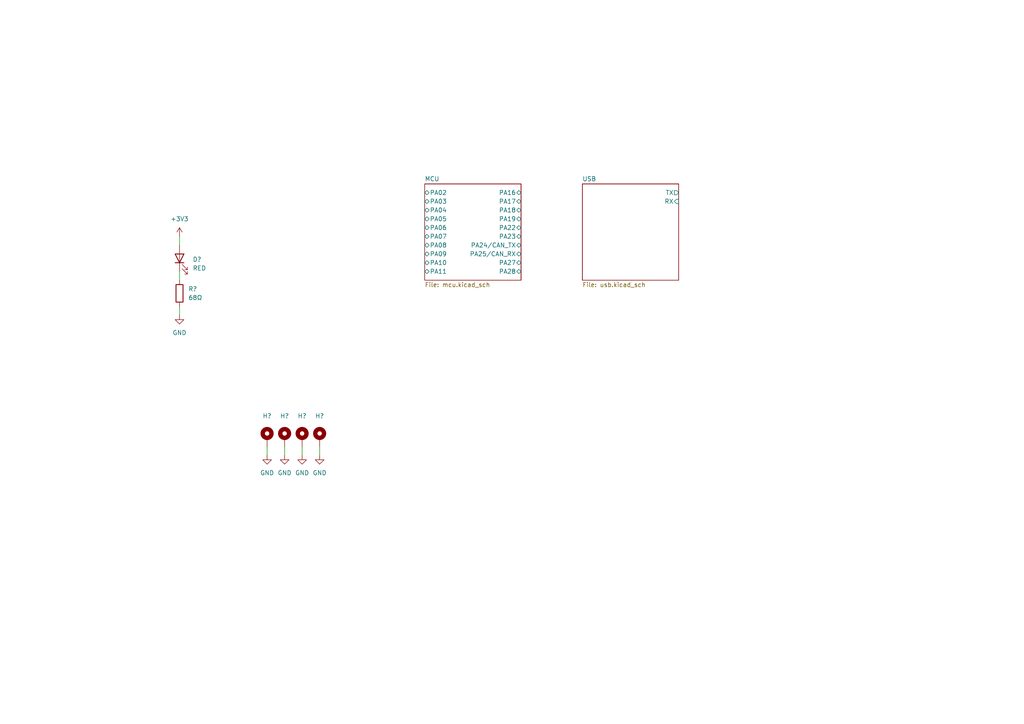
<source format=kicad_sch>
(kicad_sch (version 20211123) (generator eeschema)
  (paper "A4")
  (lib_symbols
    (symbol "Device:LED" (pin_numbers hide) (pin_names (offset 1.016) hide)
      (property "Reference" "D" (at 0 2.54 0))
      (property "Value" "LED" (at 0 -2.54 0))
      (symbol "LED_0_1"
        (polyline (pts (xy -1.27 -1.27) (xy -1.27 1.27)) (stroke (width 0.254)))
        (polyline (pts (xy -1.27 0) (xy 1.27 0)))
        (polyline (pts (xy 1.27 -1.27) (xy 1.27 1.27) (xy -1.27 0) (xy 1.27 -1.27)) (stroke (width 0.254)))
        (polyline (pts (xy -3.048 -0.762) (xy -4.572 -2.286) (xy -3.81 -2.286) (xy -4.572 -2.286) (xy -4.572 -1.524)))
        (polyline (pts (xy -1.778 -0.762) (xy -3.302 -2.286) (xy -2.54 -2.286) (xy -3.302 -2.286) (xy -3.302 -1.524)))
      )
      (symbol "LED_1_1"
        (pin passive line (at -3.81 0 0) (length 2.54) (name "K") (number "1"))
        (pin passive line (at 3.81 0 180) (length 2.54) (name "A") (number "2"))
      )
    )
    (symbol "Device:R" (pin_numbers hide) (pin_names (offset 0))
      (property "Reference" "R" (at 2.032 0 90))
      (property "Value" "R" (at 0 0 90))
      (symbol "R_0_1"
        (rectangle (start -1.016 -2.54) (end 1.016 2.54) (stroke (width 0.254)))
      )
      (symbol "R_1_1"
        (pin passive line (at 0 3.81 270) (length 1.27) (name "~") (number "1"))
        (pin passive line (at 0 -3.81 90) (length 1.27) (name "~") (number "2"))
      )
    )
    (symbol "Mechanical:MountingHole_Pad" (pin_numbers hide) (pin_names (offset 1.016) hide)
      (property "Reference" "H" (at 0 6.35 0))
      (property "Value" "MountingHole_Pad" (at 0 4.445 0))
      (symbol "MountingHole_Pad_0_1"
        (circle (center 0 1.27) (radius 1.27) (stroke (width 1.27)))
      )
      (symbol "MountingHole_Pad_1_1"
        (pin input line (at 0 -2.54 90) (length 2.54) (name "1") (number "1"))
      )
    )
    (symbol "power:+3V3" (power) (pin_names (offset 0))
      (property "Value" "+3V3" (at 0 3.556 0))
      (symbol "+3V3_0_1"
        (polyline (pts (xy -0.762 1.27) (xy 0 2.54)))
        (polyline (pts (xy 0 0) (xy 0 2.54)))
        (polyline (pts (xy 0 2.54) (xy 0.762 1.27)))
      )
      (symbol "+3V3_1_1"
        (pin power_in line (at 0 0 90) (length 0) hide (name "+3V3") (number "1"))
      )
    )
    (symbol "power:GND" (power) (pin_names (offset 0))
      (property "Value" "GND" (at 0 -3.81 0))
      (symbol "GND_0_1"
        (polyline (pts (xy 0 0) (xy 0 -1.27) (xy 1.27 -1.27) (xy 0 -2.54) (xy -1.27 -1.27) (xy 0 -1.27)))
      )
      (symbol "GND_1_1"
        (pin power_in line (at 0 0 270) (length 0) hide (name "GND") (number "1"))
      )
    )
  )
  (wire (pts (xy 92.71 129.54) (xy 92.71 132.08)))
  (wire (pts (xy 52.07 78.74) (xy 52.07 81.28)))
  (wire (pts (xy 82.55 129.54) (xy 82.55 132.08)))
  (wire (pts (xy 52.07 88.9) (xy 52.07 91.44)))
  (wire (pts (xy 87.63 129.54) (xy 87.63 132.08)))
  (wire (pts (xy 77.47 129.54) (xy 77.47 132.08)))
  (wire (pts (xy 52.07 68.58) (xy 52.07 71.12)))
  (symbol (lib_id "power:GND") (at 92.71 132.08 0) (unit 1)
    (property "Reference" "#PWR?" (effects hide))
    (property "Value" "GND" (at 92.71 137.16 0))
  )
  (symbol (lib_id "power:GND") (at 82.55 132.08 0) (unit 1)
    (property "Reference" "#PWR?" (effects hide))
    (property "Value" "GND" (at 82.55 137.16 0))
  )
  (symbol (lib_id "power:+3V3") (at 52.07 68.58 0) (unit 1)
    (property "Reference" "#PWR?" (effects hide))
    (property "Value" "+3V3" (at 52.07 63.5 0))
  )
  (symbol (lib_id "Mechanical:MountingHole_Pad") (at 82.55 127 0) (unit 1)
    (property "Reference" "H?" (at 82.55 120.65 0))
    (property "Value" "MountingHole_Pad" (effects hide))
  )
  (symbol (lib_id "power:GND") (at 77.47 132.08 0) (unit 1)
    (property "Reference" "#PWR?" (effects hide))
    (property "Value" "GND" (at 77.47 137.16 0))
  )
  (symbol (lib_id "Mechanical:MountingHole_Pad") (at 92.71 127 0) (unit 1)
    (property "Reference" "H?" (at 92.71 120.65 0))
    (property "Value" "MountingHole_Pad" (effects hide))
  )
  (symbol (lib_id "Mechanical:MountingHole_Pad") (at 87.63 127 0) (unit 1)
    (property "Reference" "H?" (at 87.63 120.65 0))
    (property "Value" "MountingHole_Pad" (effects hide))
  )
  (symbol (lib_id "Device:LED") (at 52.07 74.93 90) (unit 1)
    (property "Reference" "D?" (at 55.88 75.2474 90) (effects (justify right)))
    (property "Value" "RED" (at 55.88 77.7874 90) (effects (justify right)))
  )
  (symbol (lib_id "Mechanical:MountingHole_Pad") (at 77.47 127 0) (unit 1)
    (property "Reference" "H?" (at 77.47 120.65 0))
    (property "Value" "MountingHole_Pad" (effects hide))
  )
  (symbol (lib_id "power:GND") (at 52.07 91.44 0) (unit 1)
    (property "Reference" "#PWR?" (effects hide))
    (property "Value" "GND" (at 52.07 96.52 0))
  )
  (symbol (lib_id "power:GND") (at 87.63 132.08 0) (unit 1)
    (property "Reference" "#PWR?" (effects hide))
    (property "Value" "GND" (at 87.63 137.16 0))
  )
  (symbol (lib_id "Device:R") (at 52.07 85.09 0) (unit 1)
    (property "Reference" "R?" (at 54.61 83.8199 0) (effects (justify left)))
    (property "Value" "68Ω" (at 54.61 86.3599 0) (effects (justify left)))
  )
  (sheet (at 123.19 53.34) (size 27.94 27.94) (stroke (width 0.1524))
    (property "Sheet name" "MCU" (at 123.19 52.6284 0) (effects (justify left bottom)))
    (property "Sheet file" "mcu.kicad_sch" (at 123.19 81.8646 0) (effects (justify left top)))
    (pin "PA17" bidirectional (at 151.13 58.42 0))
    (pin "PA18" bidirectional (at 151.13 60.96 0))
    (pin "PA19" bidirectional (at 151.13 63.5 0))
    (pin "PA16" bidirectional (at 151.13 55.88 0))
    (pin "PA22" bidirectional (at 151.13 66.04 0))
    (pin "PA23" bidirectional (at 151.13 68.58 0))
    (pin "PA24{slash}CAN_TX" bidirectional (at 151.13 71.12 0))
    (pin "PA25{slash}CAN_RX" bidirectional (at 151.13 73.66 0))
    (pin "PA27" bidirectional (at 151.13 76.2 0))
    (pin "PA28" bidirectional (at 151.13 78.74 0))
    (pin "PA02" bidirectional (at 123.19 55.88 180))
    (pin "PA03" bidirectional (at 123.19 58.42 180))
    (pin "PA04" bidirectional (at 123.19 60.96 180))
    (pin "PA05" bidirectional (at 123.19 63.5 180))
    (pin "PA06" bidirectional (at 123.19 66.04 180))
    (pin "PA07" bidirectional (at 123.19 68.58 180))
    (pin "PA08" bidirectional (at 123.19 71.12 180))
    (pin "PA09" bidirectional (at 123.19 73.66 180))
    (pin "PA10" bidirectional (at 123.19 76.2 180))
    (pin "PA11" bidirectional (at 123.19 78.74 180))
  )
  (sheet (at 168.91 53.34) (size 27.94 27.94) (stroke (width 0.1524))
    (property "Sheet name" "USB" (at 168.91 52.6284 0) (effects (justify left bottom)))
    (property "Sheet file" "usb.kicad_sch" (at 168.91 81.8646 0) (effects (justify left top)))
    (pin "RX" input (at 196.85 58.42 0))
    (pin "TX" output (at 196.85 55.88 0))
  )
)
</source>
